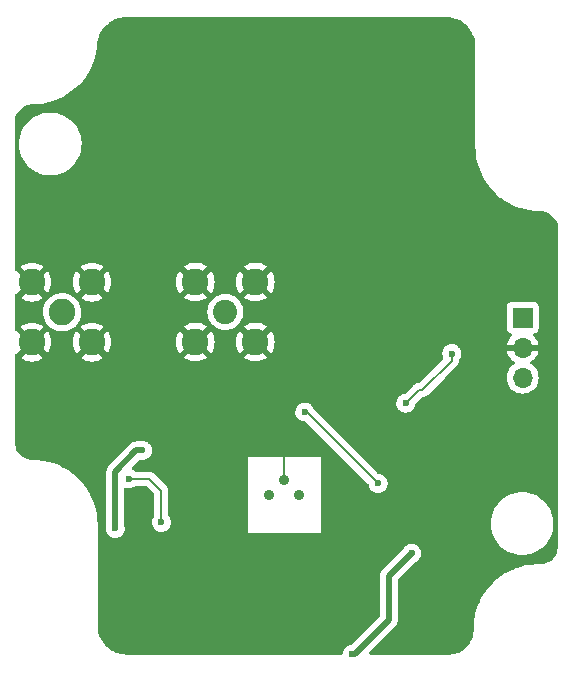
<source format=gbr>
G04 #@! TF.GenerationSoftware,KiCad,Pcbnew,(6.0.5)*
G04 #@! TF.CreationDate,2022-06-03T12:50:17+02:00*
G04 #@! TF.ProjectId,PDH_photodiode,5044485f-7068-46f7-946f-64696f64652e,1.3*
G04 #@! TF.SameCoordinates,Original*
G04 #@! TF.FileFunction,Copper,L2,Bot*
G04 #@! TF.FilePolarity,Positive*
%FSLAX45Y45*%
G04 Gerber Fmt 4.5, Leading zero omitted, Abs format (unit mm)*
G04 Created by KiCad (PCBNEW (6.0.5)) date 2022-06-03 12:50:17*
%MOMM*%
%LPD*%
G01*
G04 APERTURE LIST*
G04 #@! TA.AperFunction,ComponentPad*
%ADD10R,1.700000X1.700000*%
G04 #@! TD*
G04 #@! TA.AperFunction,ComponentPad*
%ADD11O,1.700000X1.700000*%
G04 #@! TD*
G04 #@! TA.AperFunction,ComponentPad*
%ADD12C,2.050000*%
G04 #@! TD*
G04 #@! TA.AperFunction,ComponentPad*
%ADD13C,2.250000*%
G04 #@! TD*
G04 #@! TA.AperFunction,ComponentPad*
%ADD14C,0.900000*%
G04 #@! TD*
G04 #@! TA.AperFunction,ViaPad*
%ADD15C,0.600000*%
G04 #@! TD*
G04 #@! TA.AperFunction,Conductor*
%ADD16C,0.200000*%
G04 #@! TD*
G04 #@! TA.AperFunction,Conductor*
%ADD17C,0.500000*%
G04 #@! TD*
G04 APERTURE END LIST*
D10*
X15125000Y-6421000D03*
D11*
X15125000Y-6675000D03*
X15125000Y-6929000D03*
D12*
X12607500Y-6372500D03*
D13*
X12861500Y-6118500D03*
X12861500Y-6626500D03*
X12353500Y-6626500D03*
X12353500Y-6118500D03*
X11225000Y-6375000D03*
X11479000Y-6629000D03*
X11479000Y-6121000D03*
X10971000Y-6121000D03*
X10971000Y-6629000D03*
D14*
X12979000Y-7925000D03*
X13106000Y-7798000D03*
X13233000Y-7925000D03*
D15*
X12155000Y-8545000D03*
X13835000Y-5925000D03*
X11552500Y-7451700D03*
X13830000Y-7545000D03*
X13875000Y-6645000D03*
X14405000Y-8265000D03*
X12185000Y-7355000D03*
X12593900Y-8988400D03*
X13175000Y-6625000D03*
X12660000Y-7955000D03*
X14535000Y-7025000D03*
X12380000Y-7820000D03*
X12365000Y-7205000D03*
X14585000Y-8840000D03*
X12415000Y-7955000D03*
X11392500Y-7410000D03*
X11895000Y-8485000D03*
X11675000Y-8205000D03*
X13680000Y-9272500D03*
X11905000Y-7545000D03*
X14185000Y-8415000D03*
X14525000Y-6725000D03*
X14135000Y-7145000D03*
X13280000Y-7220000D03*
X13900000Y-7825000D03*
X11795000Y-7785000D03*
X12065000Y-8155000D03*
D16*
X13106000Y-7798000D02*
X13106000Y-7554000D01*
D17*
X11675000Y-7725000D02*
X11855000Y-7545000D01*
X13702500Y-9272500D02*
X13680000Y-9272500D01*
X11855000Y-7545000D02*
X11905000Y-7545000D01*
X11675000Y-8205000D02*
X11675000Y-7725000D01*
X14185000Y-8415000D02*
X13990000Y-8610000D01*
X13990000Y-8985000D02*
X13702500Y-9272500D01*
X13990000Y-8610000D02*
X13990000Y-8985000D01*
D16*
X14275000Y-7035000D02*
X14245000Y-7035000D01*
X14525000Y-6785000D02*
X14275000Y-7035000D01*
X14525000Y-6725000D02*
X14525000Y-6785000D01*
X14245000Y-7035000D02*
X14135000Y-7145000D01*
X13290000Y-7215000D02*
X13285000Y-7220000D01*
X13285000Y-7220000D02*
X13280000Y-7220000D01*
X13900000Y-7825000D02*
X13290000Y-7215000D01*
X12065000Y-7885000D02*
X12065000Y-8155000D01*
X11965000Y-7785000D02*
X12065000Y-7885000D01*
X11795000Y-7785000D02*
X11965000Y-7785000D01*
G04 #@! TA.AperFunction,Conductor*
G36*
X14472064Y-3875200D02*
G01*
X14473495Y-3875423D01*
X14473495Y-3875423D01*
X14474382Y-3875561D01*
X14475272Y-3875444D01*
X14475273Y-3875444D01*
X14476056Y-3875342D01*
X14478450Y-3875259D01*
X14504367Y-3876826D01*
X14505878Y-3877010D01*
X14534067Y-3882176D01*
X14535544Y-3882540D01*
X14562907Y-3891066D01*
X14564328Y-3891605D01*
X14568250Y-3893370D01*
X14590462Y-3903367D01*
X14591810Y-3904074D01*
X14616336Y-3918901D01*
X14617588Y-3919765D01*
X14640148Y-3937440D01*
X14641286Y-3938449D01*
X14661551Y-3958713D01*
X14662560Y-3959852D01*
X14680235Y-3982412D01*
X14681099Y-3983664D01*
X14695925Y-4008190D01*
X14696633Y-4009538D01*
X14708394Y-4035671D01*
X14708934Y-4037094D01*
X14717460Y-4064455D01*
X14717824Y-4065933D01*
X14722990Y-4094122D01*
X14723174Y-4095633D01*
X14724698Y-4120836D01*
X14724579Y-4123373D01*
X14724577Y-4123495D01*
X14724439Y-4124382D01*
X14724555Y-4125272D01*
X14724555Y-4125273D01*
X14724844Y-4127476D01*
X14724950Y-4129109D01*
X14724950Y-4965126D01*
X14724800Y-4967064D01*
X14724439Y-4969382D01*
X14724520Y-4970000D01*
X14724480Y-4970000D01*
X14726360Y-5015455D01*
X14726392Y-5015713D01*
X14726392Y-5015714D01*
X14731957Y-5060341D01*
X14731989Y-5060600D01*
X14741328Y-5105126D01*
X14741403Y-5105374D01*
X14741403Y-5105375D01*
X14753973Y-5147584D01*
X14754314Y-5148727D01*
X14770856Y-5191107D01*
X14770970Y-5191340D01*
X14770970Y-5191341D01*
X14778954Y-5207666D01*
X14790843Y-5231976D01*
X14814138Y-5271054D01*
X14840581Y-5308075D01*
X14869991Y-5342784D01*
X14902169Y-5374945D01*
X14902368Y-5375114D01*
X14902368Y-5375114D01*
X14936693Y-5404170D01*
X14936893Y-5404339D01*
X14937105Y-5404490D01*
X14937105Y-5404490D01*
X14967204Y-5425967D01*
X14973926Y-5430763D01*
X15013016Y-5454038D01*
X15053895Y-5474004D01*
X15096283Y-5490526D01*
X15118717Y-5497195D01*
X15139643Y-5503415D01*
X15139644Y-5503415D01*
X15139891Y-5503489D01*
X15184421Y-5512806D01*
X15184679Y-5512838D01*
X15229311Y-5518380D01*
X15229312Y-5518380D01*
X15229569Y-5518412D01*
X15257600Y-5519558D01*
X15272598Y-5520171D01*
X15273202Y-5520210D01*
X15273309Y-5520220D01*
X15273790Y-5520300D01*
X15274356Y-5520307D01*
X15274382Y-5520311D01*
X15274409Y-5520308D01*
X15275025Y-5520315D01*
X15275507Y-5520246D01*
X15275508Y-5520246D01*
X15276029Y-5520171D01*
X15278748Y-5520077D01*
X15287909Y-5520753D01*
X15296124Y-5521359D01*
X15297957Y-5521631D01*
X15310244Y-5524392D01*
X15317716Y-5526071D01*
X15319491Y-5526610D01*
X15338383Y-5533901D01*
X15340060Y-5534695D01*
X15357678Y-5544682D01*
X15359219Y-5545713D01*
X15375179Y-5558177D01*
X15376553Y-5559423D01*
X15390511Y-5574096D01*
X15391686Y-5575530D01*
X15403338Y-5592093D01*
X15404291Y-5593684D01*
X15413385Y-5611778D01*
X15414094Y-5613492D01*
X15420433Y-5632725D01*
X15420883Y-5634525D01*
X15424330Y-5654479D01*
X15424510Y-5656325D01*
X15424915Y-5673406D01*
X15424763Y-5675083D01*
X15424771Y-5675083D01*
X15424715Y-5675979D01*
X15424533Y-5676858D01*
X15424905Y-5681494D01*
X15424945Y-5682523D01*
X15420072Y-8352719D01*
X15420059Y-8360093D01*
X15419909Y-8362009D01*
X15419677Y-8363496D01*
X15419677Y-8363496D01*
X15419539Y-8364383D01*
X15419655Y-8365274D01*
X15419655Y-8365274D01*
X15419720Y-8365768D01*
X15419789Y-8368374D01*
X15418397Y-8386345D01*
X15418098Y-8388267D01*
X15413404Y-8408155D01*
X15412812Y-8410008D01*
X15405114Y-8428935D01*
X15404244Y-8430675D01*
X15393724Y-8448193D01*
X15392597Y-8449778D01*
X15379506Y-8465468D01*
X15378149Y-8466861D01*
X15363735Y-8479527D01*
X15362800Y-8480348D01*
X15361244Y-8481515D01*
X15344001Y-8492481D01*
X15342285Y-8493394D01*
X15323560Y-8501575D01*
X15321723Y-8502214D01*
X15301963Y-8507415D01*
X15300050Y-8507764D01*
X15283495Y-8509473D01*
X15282718Y-8509509D01*
X15282586Y-8509501D01*
X15282264Y-8509531D01*
X15282088Y-8509539D01*
X15280395Y-8509524D01*
X15280395Y-8509524D01*
X15279965Y-8509520D01*
X15279358Y-8509441D01*
X15278958Y-8509504D01*
X15278917Y-8509493D01*
X15278916Y-8509511D01*
X15237486Y-8509141D01*
X15237485Y-8509141D01*
X15237224Y-8509139D01*
X15236965Y-8509158D01*
X15236964Y-8509158D01*
X15196953Y-8512131D01*
X15191988Y-8512500D01*
X15166565Y-8516531D01*
X15147446Y-8519562D01*
X15147445Y-8519563D01*
X15147187Y-8519604D01*
X15146933Y-8519666D01*
X15146933Y-8519666D01*
X15125158Y-8525002D01*
X15103129Y-8530400D01*
X15102882Y-8530483D01*
X15102881Y-8530483D01*
X15072737Y-8540587D01*
X15060120Y-8544816D01*
X15059880Y-8544919D01*
X15059879Y-8544919D01*
X15056143Y-8546528D01*
X15018455Y-8562751D01*
X15018226Y-8562873D01*
X15018225Y-8562873D01*
X15003051Y-8570959D01*
X14978422Y-8584081D01*
X14977077Y-8584949D01*
X14940518Y-8608519D01*
X14940517Y-8608519D01*
X14940298Y-8608661D01*
X14940091Y-8608820D01*
X14940091Y-8608820D01*
X14934837Y-8612861D01*
X14904344Y-8636319D01*
X14904152Y-8636494D01*
X14904151Y-8636494D01*
X14893380Y-8646306D01*
X14870810Y-8666865D01*
X14839926Y-8700088D01*
X14811906Y-8735760D01*
X14786943Y-8773635D01*
X14765208Y-8813450D01*
X14759929Y-8825381D01*
X14746959Y-8854691D01*
X14746959Y-8854692D01*
X14746853Y-8854931D01*
X14732003Y-8897792D01*
X14720761Y-8941738D01*
X14713205Y-8986466D01*
X14709387Y-9031666D01*
X14709338Y-9072275D01*
X14709293Y-9072275D01*
X14709315Y-9072392D01*
X14709308Y-9072429D01*
X14709338Y-9072752D01*
X14709337Y-9073520D01*
X14709336Y-9074515D01*
X14709320Y-9075119D01*
X14709311Y-9075310D01*
X14709250Y-9075794D01*
X14709263Y-9076280D01*
X14709284Y-9077000D01*
X14709223Y-9078640D01*
X14707142Y-9098917D01*
X14706876Y-9100503D01*
X14701136Y-9125020D01*
X14700670Y-9126559D01*
X14691854Y-9150147D01*
X14691197Y-9151613D01*
X14682771Y-9167588D01*
X14679449Y-9173885D01*
X14678610Y-9175257D01*
X14664121Y-9195852D01*
X14663114Y-9197106D01*
X14646121Y-9215688D01*
X14644962Y-9216802D01*
X14639310Y-9221586D01*
X14625741Y-9233069D01*
X14624451Y-9234027D01*
X14608113Y-9244606D01*
X14603314Y-9247714D01*
X14601911Y-9248500D01*
X14579204Y-9259383D01*
X14577712Y-9259984D01*
X14565893Y-9263891D01*
X14554409Y-9267687D01*
X14553804Y-9267887D01*
X14552248Y-9268293D01*
X14527528Y-9273087D01*
X14525933Y-9273292D01*
X14511129Y-9274238D01*
X14504142Y-9274685D01*
X14501857Y-9274582D01*
X14501505Y-9274577D01*
X14500618Y-9274439D01*
X14499727Y-9274556D01*
X14499727Y-9274556D01*
X14497524Y-9274844D01*
X14495891Y-9274950D01*
X13836606Y-9274950D01*
X13829794Y-9272950D01*
X13825144Y-9267584D01*
X13824134Y-9260557D01*
X13827083Y-9254099D01*
X13827696Y-9253441D01*
X14038369Y-9042768D01*
X14039810Y-9041529D01*
X14040942Y-9040696D01*
X14040943Y-9040696D01*
X14041532Y-9040262D01*
X14044915Y-9036280D01*
X14045607Y-9035530D01*
X14046167Y-9034970D01*
X14047911Y-9032765D01*
X14048188Y-9032427D01*
X14052389Y-9027483D01*
X14052389Y-9027482D01*
X14052863Y-9026925D01*
X14053196Y-9026273D01*
X14053523Y-9025782D01*
X14053834Y-9025280D01*
X14054288Y-9024705D01*
X14057345Y-9018165D01*
X14057537Y-9017771D01*
X14060489Y-9011990D01*
X14060822Y-9011338D01*
X14060996Y-9010628D01*
X14061202Y-9010074D01*
X14061388Y-9009513D01*
X14061698Y-9008851D01*
X14063168Y-9001781D01*
X14063266Y-9001352D01*
X14063672Y-8999690D01*
X14064981Y-8994339D01*
X14065050Y-8993235D01*
X14065053Y-8993235D01*
X14065078Y-8992822D01*
X14065112Y-8992434D01*
X14065262Y-8991717D01*
X14065055Y-8984060D01*
X14065050Y-8983719D01*
X14065050Y-8646306D01*
X14067050Y-8639494D01*
X14068740Y-8637396D01*
X14215923Y-8490214D01*
X14218381Y-8488300D01*
X14233099Y-8479527D01*
X14233099Y-8479526D01*
X14233704Y-8479166D01*
X14246710Y-8466781D01*
X14256648Y-8451822D01*
X14258117Y-8447956D01*
X14262776Y-8435692D01*
X14262776Y-8435691D01*
X14263026Y-8435034D01*
X14263726Y-8430050D01*
X14265470Y-8417642D01*
X14265470Y-8417641D01*
X14265525Y-8417249D01*
X14265556Y-8415000D01*
X14263555Y-8397153D01*
X14257648Y-8380193D01*
X14250263Y-8368374D01*
X14248505Y-8365560D01*
X14248132Y-8364962D01*
X14241777Y-8358563D01*
X14235973Y-8352719D01*
X14235973Y-8352719D01*
X14235477Y-8352219D01*
X14234376Y-8351521D01*
X14225379Y-8345811D01*
X14220314Y-8342596D01*
X14211599Y-8339493D01*
X14204059Y-8336808D01*
X14204058Y-8336808D01*
X14203395Y-8336572D01*
X14202696Y-8336489D01*
X14202696Y-8336488D01*
X14189918Y-8334965D01*
X14185562Y-8334445D01*
X14184862Y-8334519D01*
X14184862Y-8334519D01*
X14168402Y-8336249D01*
X14168402Y-8336249D01*
X14167702Y-8336323D01*
X14167035Y-8336550D01*
X14151368Y-8341883D01*
X14151367Y-8341883D01*
X14150701Y-8342110D01*
X14150101Y-8342479D01*
X14150101Y-8342479D01*
X14144685Y-8345811D01*
X14135404Y-8351521D01*
X14134901Y-8352013D01*
X14134901Y-8352013D01*
X14134181Y-8352719D01*
X14122573Y-8364086D01*
X14122191Y-8364678D01*
X14122191Y-8364679D01*
X14119776Y-8368426D01*
X14112845Y-8379182D01*
X14112604Y-8379844D01*
X14112290Y-8380475D01*
X14112140Y-8380400D01*
X14109818Y-8384045D01*
X13941631Y-8552232D01*
X13940190Y-8553471D01*
X13939057Y-8554304D01*
X13939057Y-8554305D01*
X13938468Y-8554738D01*
X13935085Y-8558720D01*
X13934393Y-8559470D01*
X13933833Y-8560030D01*
X13932089Y-8562235D01*
X13931812Y-8562573D01*
X13927611Y-8567518D01*
X13927611Y-8567518D01*
X13927137Y-8568076D01*
X13926804Y-8568727D01*
X13926476Y-8569218D01*
X13926166Y-8569720D01*
X13925712Y-8570295D01*
X13925402Y-8570959D01*
X13925402Y-8570959D01*
X13922656Y-8576834D01*
X13922463Y-8577229D01*
X13919178Y-8583662D01*
X13919004Y-8584373D01*
X13918798Y-8584926D01*
X13918612Y-8585487D01*
X13918302Y-8586149D01*
X13918153Y-8586865D01*
X13918153Y-8586866D01*
X13916831Y-8593219D01*
X13916734Y-8593648D01*
X13915018Y-8600661D01*
X13914950Y-8601765D01*
X13914947Y-8601765D01*
X13914922Y-8602178D01*
X13914887Y-8602566D01*
X13914738Y-8603283D01*
X13914758Y-8604015D01*
X13914758Y-8604015D01*
X13914945Y-8610940D01*
X13914950Y-8611281D01*
X13914950Y-8948694D01*
X13912950Y-8955506D01*
X13911259Y-8957604D01*
X13679645Y-9189218D01*
X13673414Y-9192621D01*
X13672052Y-9192840D01*
X13669539Y-9193104D01*
X13663402Y-9193749D01*
X13663402Y-9193749D01*
X13662702Y-9193823D01*
X13653754Y-9196869D01*
X13646368Y-9199383D01*
X13646367Y-9199383D01*
X13645701Y-9199610D01*
X13630404Y-9209021D01*
X13629901Y-9209513D01*
X13629901Y-9209514D01*
X13623688Y-9215598D01*
X13617573Y-9221586D01*
X13617191Y-9222178D01*
X13617191Y-9222179D01*
X13611442Y-9231099D01*
X13607845Y-9236682D01*
X13601702Y-9253558D01*
X13601614Y-9254257D01*
X13601614Y-9254258D01*
X13600392Y-9263929D01*
X13597554Y-9270437D01*
X13591648Y-9274377D01*
X13587891Y-9274950D01*
X11779874Y-9274950D01*
X11777936Y-9274800D01*
X11776505Y-9274577D01*
X11776505Y-9274577D01*
X11775618Y-9274439D01*
X11774728Y-9274556D01*
X11774727Y-9274556D01*
X11773944Y-9274658D01*
X11771550Y-9274741D01*
X11745633Y-9273174D01*
X11744122Y-9272990D01*
X11715933Y-9267824D01*
X11714455Y-9267460D01*
X11703124Y-9263929D01*
X11687093Y-9258934D01*
X11685672Y-9258395D01*
X11659537Y-9246633D01*
X11658190Y-9245926D01*
X11633664Y-9231099D01*
X11632412Y-9230235D01*
X11609852Y-9212560D01*
X11608713Y-9211551D01*
X11588449Y-9191287D01*
X11587440Y-9190148D01*
X11569765Y-9167588D01*
X11568901Y-9166336D01*
X11554074Y-9141810D01*
X11553367Y-9140462D01*
X11541606Y-9114329D01*
X11541066Y-9112906D01*
X11532540Y-9085545D01*
X11532176Y-9084067D01*
X11527010Y-9055878D01*
X11526826Y-9054367D01*
X11525324Y-9029527D01*
X11525447Y-9027202D01*
X11525425Y-9027200D01*
X11525469Y-9026715D01*
X11525550Y-9026235D01*
X11525565Y-9025000D01*
X11525177Y-9022295D01*
X11525050Y-9020509D01*
X11525050Y-8203875D01*
X11594451Y-8203875D01*
X11594520Y-8204576D01*
X11594520Y-8204576D01*
X11594600Y-8205396D01*
X11596204Y-8221749D01*
X11596426Y-8222417D01*
X11596426Y-8222417D01*
X11600271Y-8233975D01*
X11601873Y-8238790D01*
X11602237Y-8239392D01*
X11604813Y-8243645D01*
X11611176Y-8254151D01*
X11611665Y-8254657D01*
X11611665Y-8254658D01*
X11613148Y-8256194D01*
X11623651Y-8267070D01*
X11638679Y-8276904D01*
X11655512Y-8283164D01*
X11656210Y-8283257D01*
X11656210Y-8283257D01*
X11672615Y-8285446D01*
X11672615Y-8285446D01*
X11673313Y-8285539D01*
X11674014Y-8285475D01*
X11674015Y-8285475D01*
X11690496Y-8283975D01*
X11690496Y-8283975D01*
X11691198Y-8283911D01*
X11708278Y-8278361D01*
X11711371Y-8276518D01*
X11723099Y-8269526D01*
X11723099Y-8269526D01*
X11723704Y-8269166D01*
X11736710Y-8256781D01*
X11737591Y-8255455D01*
X11744537Y-8245000D01*
X12795855Y-8245000D01*
X13415855Y-8245000D01*
X13415855Y-8169635D01*
X14854487Y-8169635D01*
X14857031Y-8201958D01*
X14863495Y-8233730D01*
X14866812Y-8243645D01*
X14870497Y-8254658D01*
X14873783Y-8264478D01*
X14887741Y-8293743D01*
X14905162Y-8321088D01*
X14925786Y-8346107D01*
X14949305Y-8368426D01*
X14975369Y-8387712D01*
X14976351Y-8388267D01*
X15003253Y-8403488D01*
X15003254Y-8403488D01*
X15003589Y-8403678D01*
X15033544Y-8416086D01*
X15064788Y-8424751D01*
X15096855Y-8429543D01*
X15097185Y-8429558D01*
X15108326Y-8430044D01*
X15108326Y-8430044D01*
X15108463Y-8430050D01*
X15128235Y-8430050D01*
X15152363Y-8428574D01*
X15152741Y-8428504D01*
X15152742Y-8428504D01*
X15172993Y-8424751D01*
X15184243Y-8422666D01*
X15208555Y-8415000D01*
X15214799Y-8413032D01*
X15214799Y-8413031D01*
X15215166Y-8412916D01*
X15215516Y-8412756D01*
X15215516Y-8412756D01*
X15244319Y-8399630D01*
X15244319Y-8399630D01*
X15244670Y-8399470D01*
X15247309Y-8397853D01*
X15271987Y-8382730D01*
X15271988Y-8382730D01*
X15272315Y-8382529D01*
X15272616Y-8382290D01*
X15272616Y-8382290D01*
X15285003Y-8372437D01*
X15297690Y-8362345D01*
X15297959Y-8362071D01*
X15297960Y-8362070D01*
X15317212Y-8342479D01*
X15320416Y-8339219D01*
X15329094Y-8327909D01*
X15339920Y-8313800D01*
X15339921Y-8313799D01*
X15340154Y-8313496D01*
X15356610Y-8285559D01*
X15369539Y-8255825D01*
X15372919Y-8244413D01*
X15376011Y-8233975D01*
X15378748Y-8224737D01*
X15384099Y-8192758D01*
X15385513Y-8160365D01*
X15383600Y-8136058D01*
X15382999Y-8128426D01*
X15382999Y-8128425D01*
X15382969Y-8128042D01*
X15376505Y-8096270D01*
X15366217Y-8065522D01*
X15352258Y-8036257D01*
X15334837Y-8008911D01*
X15314214Y-7983893D01*
X15290695Y-7961574D01*
X15264631Y-7942288D01*
X15250521Y-7934305D01*
X15236747Y-7926512D01*
X15236746Y-7926512D01*
X15236411Y-7926322D01*
X15206456Y-7913914D01*
X15175212Y-7905249D01*
X15143144Y-7900457D01*
X15142815Y-7900442D01*
X15131674Y-7899956D01*
X15131674Y-7899956D01*
X15131537Y-7899950D01*
X15111765Y-7899950D01*
X15087637Y-7901426D01*
X15087259Y-7901496D01*
X15087258Y-7901496D01*
X15073882Y-7903975D01*
X15055757Y-7907334D01*
X15039646Y-7912414D01*
X15025201Y-7916968D01*
X15025201Y-7916969D01*
X15024834Y-7917084D01*
X15024484Y-7917244D01*
X15024484Y-7917244D01*
X14995681Y-7930370D01*
X14995680Y-7930370D01*
X14995330Y-7930530D01*
X14967685Y-7947471D01*
X14967384Y-7947710D01*
X14967384Y-7947710D01*
X14964474Y-7950025D01*
X14942310Y-7967655D01*
X14942040Y-7967929D01*
X14942040Y-7967930D01*
X14930551Y-7979621D01*
X14919584Y-7990781D01*
X14915199Y-7996496D01*
X14900079Y-8016200D01*
X14900079Y-8016201D01*
X14899846Y-8016504D01*
X14883390Y-8044441D01*
X14870461Y-8074175D01*
X14870352Y-8074545D01*
X14870351Y-8074545D01*
X14867436Y-8084387D01*
X14861252Y-8105263D01*
X14855901Y-8137242D01*
X14854487Y-8169635D01*
X13415855Y-8169635D01*
X13415855Y-7605000D01*
X12795855Y-7605000D01*
X12795855Y-8245000D01*
X11744537Y-8245000D01*
X11744648Y-8244833D01*
X11746648Y-8241822D01*
X11748117Y-8237956D01*
X11752776Y-8225692D01*
X11752776Y-8225691D01*
X11753026Y-8225034D01*
X11753850Y-8219166D01*
X11755470Y-8207642D01*
X11755470Y-8207641D01*
X11755525Y-8207249D01*
X11755556Y-8205000D01*
X11753555Y-8187153D01*
X11750751Y-8179101D01*
X11750050Y-8174958D01*
X11750050Y-7871824D01*
X11752050Y-7865011D01*
X11757416Y-7860362D01*
X11764443Y-7859352D01*
X11767042Y-7860014D01*
X11775512Y-7863164D01*
X11776210Y-7863257D01*
X11776210Y-7863257D01*
X11792615Y-7865446D01*
X11792615Y-7865446D01*
X11793313Y-7865539D01*
X11794014Y-7865475D01*
X11794015Y-7865475D01*
X11810496Y-7863975D01*
X11810496Y-7863975D01*
X11811198Y-7863911D01*
X11828278Y-7858361D01*
X11830835Y-7856837D01*
X11843099Y-7849526D01*
X11843099Y-7849526D01*
X11843704Y-7849166D01*
X11844214Y-7848680D01*
X11844215Y-7848680D01*
X11844377Y-7848525D01*
X11844505Y-7848459D01*
X11844776Y-7848254D01*
X11844812Y-7848301D01*
X11850689Y-7845276D01*
X11853066Y-7845050D01*
X11934907Y-7845050D01*
X11941720Y-7847050D01*
X11943817Y-7848740D01*
X12001259Y-7906183D01*
X12004662Y-7912414D01*
X12004950Y-7915092D01*
X12004950Y-8096809D01*
X12002950Y-8103621D01*
X12002710Y-8103952D01*
X12002573Y-8104086D01*
X12002259Y-8104573D01*
X12002259Y-8104574D01*
X12001570Y-8105643D01*
X11992845Y-8119182D01*
X11986702Y-8136058D01*
X11984451Y-8153875D01*
X11984520Y-8154576D01*
X11984520Y-8154576D01*
X11985088Y-8160365D01*
X11986204Y-8171749D01*
X11986426Y-8172417D01*
X11986426Y-8172417D01*
X11990964Y-8186058D01*
X11991873Y-8188790D01*
X11992237Y-8189392D01*
X12000586Y-8203177D01*
X12001176Y-8204151D01*
X12001665Y-8204657D01*
X12001665Y-8204658D01*
X12009371Y-8212638D01*
X12013651Y-8217070D01*
X12028679Y-8226904D01*
X12045512Y-8233164D01*
X12046210Y-8233257D01*
X12046210Y-8233257D01*
X12062615Y-8235446D01*
X12062615Y-8235446D01*
X12063313Y-8235539D01*
X12064014Y-8235475D01*
X12064015Y-8235475D01*
X12080496Y-8233975D01*
X12080496Y-8233975D01*
X12081198Y-8233911D01*
X12098278Y-8228361D01*
X12101371Y-8226518D01*
X12113099Y-8219526D01*
X12113099Y-8219526D01*
X12113704Y-8219166D01*
X12126710Y-8206781D01*
X12128155Y-8204606D01*
X12131679Y-8199301D01*
X12136648Y-8191822D01*
X12141441Y-8179205D01*
X12142776Y-8175692D01*
X12142776Y-8175691D01*
X12143026Y-8175034D01*
X12143784Y-8169635D01*
X12145470Y-8157642D01*
X12145470Y-8157641D01*
X12145525Y-8157249D01*
X12145556Y-8155000D01*
X12143555Y-8137153D01*
X12143078Y-8135784D01*
X12140382Y-8128042D01*
X12137648Y-8120193D01*
X12128132Y-8104962D01*
X12127751Y-8104579D01*
X12125112Y-8098058D01*
X12125050Y-8096813D01*
X12125050Y-7889763D01*
X12125158Y-7888118D01*
X12125460Y-7885819D01*
X12125568Y-7885000D01*
X12123504Y-7869324D01*
X12117454Y-7854716D01*
X12111587Y-7847070D01*
X12107828Y-7842172D01*
X12105333Y-7840257D01*
X12104094Y-7839170D01*
X12010830Y-7745906D01*
X12009743Y-7744667D01*
X12008330Y-7742826D01*
X12007828Y-7742172D01*
X11995284Y-7732546D01*
X11980676Y-7726496D01*
X11973545Y-7725557D01*
X11968936Y-7724950D01*
X11965819Y-7724540D01*
X11965000Y-7724432D01*
X11964181Y-7724540D01*
X11961883Y-7724842D01*
X11960238Y-7724950D01*
X11853185Y-7724950D01*
X11846373Y-7722950D01*
X11845774Y-7722518D01*
X11845477Y-7722219D01*
X11844882Y-7721842D01*
X11844882Y-7721841D01*
X11836025Y-7716221D01*
X11830314Y-7712596D01*
X11825645Y-7710934D01*
X11821973Y-7709626D01*
X11816226Y-7705457D01*
X11813646Y-7698842D01*
X11815052Y-7691883D01*
X11817290Y-7688847D01*
X11878868Y-7627268D01*
X11885100Y-7623866D01*
X11889444Y-7623688D01*
X11896126Y-7624580D01*
X11903313Y-7625539D01*
X11904014Y-7625475D01*
X11904015Y-7625475D01*
X11920496Y-7623975D01*
X11920496Y-7623975D01*
X11921198Y-7623911D01*
X11938278Y-7618361D01*
X11938883Y-7618001D01*
X11953099Y-7609526D01*
X11953099Y-7609526D01*
X11953704Y-7609166D01*
X11966710Y-7596781D01*
X11976648Y-7581822D01*
X11979683Y-7573834D01*
X11982776Y-7565692D01*
X11982776Y-7565691D01*
X11983026Y-7565034D01*
X11985525Y-7547249D01*
X11985556Y-7545000D01*
X11983555Y-7527153D01*
X11977648Y-7510193D01*
X11968132Y-7494962D01*
X11961777Y-7488563D01*
X11955973Y-7482719D01*
X11955973Y-7482719D01*
X11955477Y-7482219D01*
X11954548Y-7481629D01*
X11948573Y-7477838D01*
X11940314Y-7472596D01*
X11937138Y-7471466D01*
X11924059Y-7466808D01*
X11924058Y-7466808D01*
X11923395Y-7466572D01*
X11922696Y-7466489D01*
X11922696Y-7466488D01*
X11909918Y-7464965D01*
X11905562Y-7464445D01*
X11904862Y-7464519D01*
X11904862Y-7464519D01*
X11900216Y-7465007D01*
X11887702Y-7466323D01*
X11887035Y-7466550D01*
X11879021Y-7469278D01*
X11874961Y-7469950D01*
X11861645Y-7469950D01*
X11859750Y-7469807D01*
X11858360Y-7469595D01*
X11858360Y-7469595D01*
X11857637Y-7469485D01*
X11856908Y-7469544D01*
X11856907Y-7469544D01*
X11852432Y-7469908D01*
X11851411Y-7469950D01*
X11850618Y-7469950D01*
X11849688Y-7470058D01*
X11847826Y-7470275D01*
X11847389Y-7470319D01*
X11844373Y-7470564D01*
X11840194Y-7470904D01*
X11839498Y-7471129D01*
X11838918Y-7471245D01*
X11838344Y-7471381D01*
X11837617Y-7471466D01*
X11830826Y-7473931D01*
X11830414Y-7474072D01*
X11824242Y-7476072D01*
X11824241Y-7476072D01*
X11823545Y-7476297D01*
X11822920Y-7476677D01*
X11822382Y-7476923D01*
X11821854Y-7477187D01*
X11821167Y-7477437D01*
X11815130Y-7481395D01*
X11814758Y-7481629D01*
X11809064Y-7485085D01*
X11809063Y-7485085D01*
X11808584Y-7485376D01*
X11807755Y-7486108D01*
X11807753Y-7486106D01*
X11807443Y-7486381D01*
X11807144Y-7486631D01*
X11806531Y-7487032D01*
X11806028Y-7487564D01*
X11801262Y-7492595D01*
X11801024Y-7492839D01*
X11626631Y-7667232D01*
X11625190Y-7668471D01*
X11624057Y-7669304D01*
X11624057Y-7669304D01*
X11623468Y-7669738D01*
X11620085Y-7673720D01*
X11619393Y-7674470D01*
X11618833Y-7675030D01*
X11617089Y-7677235D01*
X11616812Y-7677573D01*
X11612611Y-7682517D01*
X11612611Y-7682518D01*
X11612137Y-7683075D01*
X11611804Y-7683727D01*
X11611476Y-7684218D01*
X11611166Y-7684720D01*
X11610712Y-7685295D01*
X11610402Y-7685959D01*
X11610402Y-7685959D01*
X11607656Y-7691834D01*
X11607463Y-7692229D01*
X11604178Y-7698662D01*
X11604004Y-7699372D01*
X11603798Y-7699926D01*
X11603612Y-7700487D01*
X11603302Y-7701149D01*
X11603153Y-7701865D01*
X11603153Y-7701865D01*
X11601831Y-7708219D01*
X11601734Y-7708648D01*
X11600018Y-7715661D01*
X11599950Y-7716765D01*
X11599947Y-7716765D01*
X11599922Y-7717178D01*
X11599887Y-7717566D01*
X11599738Y-7718283D01*
X11599758Y-7719015D01*
X11599758Y-7719015D01*
X11599945Y-7725940D01*
X11599950Y-7726281D01*
X11599950Y-8174913D01*
X11599190Y-8179222D01*
X11596702Y-8186058D01*
X11594451Y-8203875D01*
X11525050Y-8203875D01*
X11525050Y-8180258D01*
X11525225Y-8178167D01*
X11525469Y-8176715D01*
X11525550Y-8176235D01*
X11525565Y-8175000D01*
X11525502Y-8174564D01*
X11523640Y-8129538D01*
X11518012Y-8084387D01*
X11508674Y-8039855D01*
X11495692Y-7996246D01*
X11493559Y-7990781D01*
X11479247Y-7954102D01*
X11479247Y-7954101D01*
X11479152Y-7953858D01*
X11473402Y-7942098D01*
X11459283Y-7913216D01*
X11459282Y-7913215D01*
X11459168Y-7912981D01*
X11458830Y-7912414D01*
X11436011Y-7874118D01*
X11436010Y-7874117D01*
X11435877Y-7873894D01*
X11409438Y-7836863D01*
X11399057Y-7824606D01*
X11380199Y-7802342D01*
X11380199Y-7802341D01*
X11380031Y-7802143D01*
X11347857Y-7769969D01*
X11347659Y-7769801D01*
X11347658Y-7769800D01*
X11320134Y-7746488D01*
X11313137Y-7740562D01*
X11276106Y-7714123D01*
X11275883Y-7713990D01*
X11275882Y-7713989D01*
X11237243Y-7690965D01*
X11237242Y-7690965D01*
X11237019Y-7690832D01*
X11236785Y-7690718D01*
X11236784Y-7690717D01*
X11196376Y-7670963D01*
X11196141Y-7670848D01*
X11195899Y-7670753D01*
X11195898Y-7670753D01*
X11153996Y-7654403D01*
X11153996Y-7654403D01*
X11153754Y-7654308D01*
X11110145Y-7641325D01*
X11065613Y-7631988D01*
X11020462Y-7626360D01*
X10978506Y-7624625D01*
X10977423Y-7624580D01*
X10976818Y-7624540D01*
X10976716Y-7624531D01*
X10976235Y-7624450D01*
X10975644Y-7624443D01*
X10975618Y-7624439D01*
X10975592Y-7624442D01*
X10975000Y-7624435D01*
X10974519Y-7624504D01*
X10974519Y-7624504D01*
X10973941Y-7624587D01*
X10971256Y-7624682D01*
X10954559Y-7623488D01*
X10952780Y-7623232D01*
X10949301Y-7622475D01*
X10933634Y-7619067D01*
X10931910Y-7618561D01*
X10913553Y-7611714D01*
X10911917Y-7610967D01*
X10894722Y-7601578D01*
X10893209Y-7600606D01*
X10877525Y-7588864D01*
X10876166Y-7587687D01*
X10862313Y-7573834D01*
X10861136Y-7572475D01*
X10849394Y-7556791D01*
X10848422Y-7555278D01*
X10839033Y-7538083D01*
X10838286Y-7536447D01*
X10831439Y-7518090D01*
X10830932Y-7516365D01*
X10826768Y-7497220D01*
X10826512Y-7495441D01*
X10825369Y-7479454D01*
X10825476Y-7477204D01*
X10825425Y-7477200D01*
X10825469Y-7476716D01*
X10825550Y-7476235D01*
X10825565Y-7475000D01*
X10825177Y-7472295D01*
X10825050Y-7470509D01*
X10825050Y-7218875D01*
X13199451Y-7218875D01*
X13201204Y-7236749D01*
X13206873Y-7253790D01*
X13216176Y-7269151D01*
X13228651Y-7282070D01*
X13243679Y-7291904D01*
X13260512Y-7298164D01*
X13261210Y-7298257D01*
X13261210Y-7298257D01*
X13266728Y-7298993D01*
X13278313Y-7300539D01*
X13279014Y-7300475D01*
X13279014Y-7300475D01*
X13281486Y-7300250D01*
X13283711Y-7300047D01*
X13290676Y-7301422D01*
X13293763Y-7303686D01*
X13816859Y-7826783D01*
X13820262Y-7833014D01*
X13820489Y-7834463D01*
X13821204Y-7841749D01*
X13821426Y-7842417D01*
X13821426Y-7842417D01*
X13826223Y-7856837D01*
X13826873Y-7858790D01*
X13827237Y-7859392D01*
X13834766Y-7871824D01*
X13836176Y-7874151D01*
X13848651Y-7887070D01*
X13863679Y-7896904D01*
X13880512Y-7903164D01*
X13881210Y-7903257D01*
X13881210Y-7903257D01*
X13897615Y-7905446D01*
X13897615Y-7905446D01*
X13898313Y-7905539D01*
X13899014Y-7905475D01*
X13899015Y-7905475D01*
X13915496Y-7903975D01*
X13915496Y-7903975D01*
X13916198Y-7903911D01*
X13933278Y-7898361D01*
X13947703Y-7889763D01*
X13948099Y-7889526D01*
X13948099Y-7889526D01*
X13948704Y-7889166D01*
X13961710Y-7876781D01*
X13963457Y-7874151D01*
X13966679Y-7869301D01*
X13971648Y-7861822D01*
X13974058Y-7855479D01*
X13977776Y-7845692D01*
X13977776Y-7845691D01*
X13978026Y-7845034D01*
X13978487Y-7841749D01*
X13980470Y-7827642D01*
X13980470Y-7827641D01*
X13980525Y-7827249D01*
X13980556Y-7825000D01*
X13978555Y-7807153D01*
X13976745Y-7801957D01*
X13972880Y-7790858D01*
X13972648Y-7790193D01*
X13963132Y-7774962D01*
X13955430Y-7767207D01*
X13950973Y-7762719D01*
X13950973Y-7762719D01*
X13950477Y-7762219D01*
X13935314Y-7752596D01*
X13918395Y-7746572D01*
X13909217Y-7745477D01*
X13902689Y-7742685D01*
X13901799Y-7741876D01*
X13358714Y-7198790D01*
X13355724Y-7194024D01*
X13352880Y-7185858D01*
X13352648Y-7185193D01*
X13350909Y-7182409D01*
X13343505Y-7170560D01*
X13343132Y-7169962D01*
X13334279Y-7161048D01*
X13330973Y-7157719D01*
X13330973Y-7157719D01*
X13330477Y-7157219D01*
X13329376Y-7156521D01*
X13324686Y-7153544D01*
X13315314Y-7147596D01*
X13312335Y-7146536D01*
X13304864Y-7143875D01*
X14054451Y-7143875D01*
X14054520Y-7144576D01*
X14054520Y-7144576D01*
X14054803Y-7147457D01*
X14056204Y-7161749D01*
X14056426Y-7162417D01*
X14056426Y-7162417D01*
X14058936Y-7169962D01*
X14061873Y-7178790D01*
X14071176Y-7194151D01*
X14071665Y-7194657D01*
X14071665Y-7194658D01*
X14077206Y-7200395D01*
X14083651Y-7207070D01*
X14098679Y-7216904D01*
X14115512Y-7223164D01*
X14116210Y-7223257D01*
X14116210Y-7223257D01*
X14132615Y-7225446D01*
X14132615Y-7225446D01*
X14133313Y-7225539D01*
X14134014Y-7225475D01*
X14134015Y-7225475D01*
X14150496Y-7223975D01*
X14150496Y-7223975D01*
X14151198Y-7223911D01*
X14168278Y-7218361D01*
X14171371Y-7216518D01*
X14183099Y-7209526D01*
X14183099Y-7209526D01*
X14183704Y-7209166D01*
X14196710Y-7196781D01*
X14198457Y-7194151D01*
X14201679Y-7189301D01*
X14206648Y-7181822D01*
X14211153Y-7169962D01*
X14212776Y-7165692D01*
X14212776Y-7165691D01*
X14213026Y-7165034D01*
X14214587Y-7153924D01*
X14217516Y-7147457D01*
X14218155Y-7146769D01*
X14265773Y-7099151D01*
X14272004Y-7095748D01*
X14274406Y-7095490D01*
X14275000Y-7095568D01*
X14275819Y-7095460D01*
X14278936Y-7095050D01*
X14279601Y-7094962D01*
X14279601Y-7094962D01*
X14289857Y-7093612D01*
X14290676Y-7093504D01*
X14305284Y-7087454D01*
X14312106Y-7082219D01*
X14317828Y-7077828D01*
X14319743Y-7075333D01*
X14320830Y-7074094D01*
X14465923Y-6929000D01*
X14989434Y-6929000D01*
X14991494Y-6952541D01*
X14997610Y-6975366D01*
X14997842Y-6975864D01*
X14997842Y-6975864D01*
X15007187Y-6995906D01*
X15007596Y-6996783D01*
X15021150Y-7016140D01*
X15037860Y-7032849D01*
X15038311Y-7033165D01*
X15038311Y-7033165D01*
X15056766Y-7046088D01*
X15057217Y-7046403D01*
X15057715Y-7046636D01*
X15057716Y-7046636D01*
X15078135Y-7056158D01*
X15078634Y-7056390D01*
X15079164Y-7056532D01*
X15079165Y-7056533D01*
X15100928Y-7062364D01*
X15101459Y-7062506D01*
X15125000Y-7064566D01*
X15148541Y-7062506D01*
X15149072Y-7062364D01*
X15170835Y-7056533D01*
X15170835Y-7056532D01*
X15171366Y-7056390D01*
X15171864Y-7056158D01*
X15192284Y-7046636D01*
X15192285Y-7046636D01*
X15192783Y-7046403D01*
X15193234Y-7046088D01*
X15211689Y-7033165D01*
X15211689Y-7033165D01*
X15212140Y-7032849D01*
X15228849Y-7016140D01*
X15242403Y-6996783D01*
X15242813Y-6995906D01*
X15252158Y-6975864D01*
X15252158Y-6975864D01*
X15252390Y-6975366D01*
X15258506Y-6952541D01*
X15260566Y-6929000D01*
X15258506Y-6905459D01*
X15252390Y-6882634D01*
X15242403Y-6861217D01*
X15228849Y-6841860D01*
X15212140Y-6825150D01*
X15211689Y-6824835D01*
X15211689Y-6824835D01*
X15198049Y-6815284D01*
X15194534Y-6812822D01*
X15190101Y-6807277D01*
X15189370Y-6800215D01*
X15192573Y-6793879D01*
X15194802Y-6792086D01*
X15194774Y-6792046D01*
X15212533Y-6779379D01*
X15213320Y-6778714D01*
X15228405Y-6763681D01*
X15229073Y-6762896D01*
X15241500Y-6745602D01*
X15242031Y-6744718D01*
X15251467Y-6725627D01*
X15251847Y-6724667D01*
X15258038Y-6704291D01*
X15258255Y-6703284D01*
X15258399Y-6702196D01*
X15258177Y-6700778D01*
X15256862Y-6700400D01*
X14993322Y-6700400D01*
X14991969Y-6700797D01*
X14991826Y-6701797D01*
X14994856Y-6715245D01*
X14995164Y-6716227D01*
X15003177Y-6735960D01*
X15003641Y-6736879D01*
X15014769Y-6755039D01*
X15015378Y-6755870D01*
X15029321Y-6771967D01*
X15030058Y-6772688D01*
X15046443Y-6786292D01*
X15047288Y-6786883D01*
X15054961Y-6791367D01*
X15059833Y-6796531D01*
X15061141Y-6803509D01*
X15058467Y-6810086D01*
X15055831Y-6812567D01*
X15037860Y-6825150D01*
X15021150Y-6841860D01*
X15007596Y-6861217D01*
X14997610Y-6882634D01*
X14991494Y-6905459D01*
X14989434Y-6929000D01*
X14465923Y-6929000D01*
X14564094Y-6830830D01*
X14565333Y-6829743D01*
X14567174Y-6828330D01*
X14567828Y-6827828D01*
X14577454Y-6815284D01*
X14583504Y-6800676D01*
X14584050Y-6796531D01*
X14585050Y-6788936D01*
X14585460Y-6785819D01*
X14585568Y-6785000D01*
X14585460Y-6784181D01*
X14585460Y-6783355D01*
X14585611Y-6783355D01*
X14586564Y-6777242D01*
X14587467Y-6775641D01*
X14596648Y-6761822D01*
X14599225Y-6755039D01*
X14602776Y-6745692D01*
X14602776Y-6745691D01*
X14603026Y-6745034D01*
X14605525Y-6727249D01*
X14605556Y-6725000D01*
X14603555Y-6707153D01*
X14602943Y-6705395D01*
X14597880Y-6690858D01*
X14597648Y-6690193D01*
X14591327Y-6680076D01*
X14588505Y-6675560D01*
X14588132Y-6674962D01*
X14579111Y-6665879D01*
X14575973Y-6662719D01*
X14575973Y-6662719D01*
X14575477Y-6662219D01*
X14574376Y-6661521D01*
X14564268Y-6655106D01*
X14560314Y-6652596D01*
X14557335Y-6651536D01*
X14544059Y-6646808D01*
X14544058Y-6646808D01*
X14543395Y-6646572D01*
X14542696Y-6646489D01*
X14542696Y-6646488D01*
X14529918Y-6644965D01*
X14525562Y-6644445D01*
X14524862Y-6644519D01*
X14524862Y-6644519D01*
X14508402Y-6646249D01*
X14508402Y-6646249D01*
X14507702Y-6646323D01*
X14507035Y-6646550D01*
X14491368Y-6651883D01*
X14491367Y-6651883D01*
X14490701Y-6652110D01*
X14490101Y-6652479D01*
X14490101Y-6652479D01*
X14487416Y-6654131D01*
X14475404Y-6661521D01*
X14474901Y-6662013D01*
X14474901Y-6662013D01*
X14473177Y-6663702D01*
X14462573Y-6674086D01*
X14462191Y-6674678D01*
X14462191Y-6674679D01*
X14453226Y-6688589D01*
X14452845Y-6689182D01*
X14446702Y-6706058D01*
X14444451Y-6723875D01*
X14444520Y-6724576D01*
X14444520Y-6724576D01*
X14444600Y-6725396D01*
X14446204Y-6741749D01*
X14446426Y-6742417D01*
X14446426Y-6742417D01*
X14450901Y-6755870D01*
X14451873Y-6758790D01*
X14452237Y-6759392D01*
X14452533Y-6760031D01*
X14452398Y-6760094D01*
X14454009Y-6766180D01*
X14451828Y-6772936D01*
X14450323Y-6774753D01*
X14254227Y-6970849D01*
X14247996Y-6974252D01*
X14245594Y-6974510D01*
X14245000Y-6974432D01*
X14229324Y-6976496D01*
X14214716Y-6982546D01*
X14202172Y-6992172D01*
X14200257Y-6994667D01*
X14199171Y-6995906D01*
X14133207Y-7061870D01*
X14126976Y-7065272D01*
X14125615Y-7065491D01*
X14117702Y-7066323D01*
X14117035Y-7066550D01*
X14101368Y-7071883D01*
X14101367Y-7071883D01*
X14100701Y-7072110D01*
X14100101Y-7072479D01*
X14100101Y-7072479D01*
X14096526Y-7074678D01*
X14085404Y-7081521D01*
X14084901Y-7082013D01*
X14084901Y-7082013D01*
X14079859Y-7086951D01*
X14072573Y-7094086D01*
X14072191Y-7094678D01*
X14072191Y-7094679D01*
X14069309Y-7099151D01*
X14062845Y-7109182D01*
X14056702Y-7126058D01*
X14054451Y-7143875D01*
X13304864Y-7143875D01*
X13299059Y-7141808D01*
X13299058Y-7141808D01*
X13298395Y-7141572D01*
X13297696Y-7141489D01*
X13297696Y-7141488D01*
X13284918Y-7139965D01*
X13280562Y-7139445D01*
X13279862Y-7139519D01*
X13279862Y-7139519D01*
X13263402Y-7141249D01*
X13263402Y-7141249D01*
X13262702Y-7141323D01*
X13262035Y-7141550D01*
X13246368Y-7146883D01*
X13246367Y-7146883D01*
X13245701Y-7147110D01*
X13245101Y-7147479D01*
X13245101Y-7147479D01*
X13238053Y-7151815D01*
X13230404Y-7156521D01*
X13229901Y-7157013D01*
X13229901Y-7157013D01*
X13225066Y-7161749D01*
X13217573Y-7169086D01*
X13217191Y-7169678D01*
X13217191Y-7169679D01*
X13211750Y-7178122D01*
X13207845Y-7184182D01*
X13201702Y-7201058D01*
X13199451Y-7218875D01*
X10825050Y-7218875D01*
X10825050Y-6761447D01*
X10875088Y-6761447D01*
X10875457Y-6761974D01*
X10896212Y-6774693D01*
X10897092Y-6775141D01*
X10919924Y-6784598D01*
X10920863Y-6784903D01*
X10944894Y-6790673D01*
X10945869Y-6790827D01*
X10970507Y-6792766D01*
X10971493Y-6792766D01*
X10996131Y-6790827D01*
X10997106Y-6790673D01*
X11021137Y-6784903D01*
X11022076Y-6784598D01*
X11044909Y-6775141D01*
X11045788Y-6774693D01*
X11066393Y-6762066D01*
X11066797Y-6761447D01*
X11383088Y-6761447D01*
X11383457Y-6761974D01*
X11404212Y-6774693D01*
X11405091Y-6775141D01*
X11427924Y-6784598D01*
X11428863Y-6784903D01*
X11452894Y-6790673D01*
X11453869Y-6790827D01*
X11478507Y-6792766D01*
X11479493Y-6792766D01*
X11504131Y-6790827D01*
X11505106Y-6790673D01*
X11529137Y-6784903D01*
X11530076Y-6784598D01*
X11552908Y-6775141D01*
X11553788Y-6774693D01*
X11574393Y-6762066D01*
X11574919Y-6761260D01*
X11574318Y-6760239D01*
X11573026Y-6758947D01*
X12257588Y-6758947D01*
X12257957Y-6759474D01*
X12278712Y-6772193D01*
X12279591Y-6772641D01*
X12302424Y-6782098D01*
X12303363Y-6782403D01*
X12327394Y-6788173D01*
X12328369Y-6788327D01*
X12353007Y-6790266D01*
X12353993Y-6790266D01*
X12378631Y-6788327D01*
X12379606Y-6788173D01*
X12403637Y-6782403D01*
X12404576Y-6782098D01*
X12427408Y-6772641D01*
X12428288Y-6772193D01*
X12448893Y-6759566D01*
X12449297Y-6758947D01*
X12765588Y-6758947D01*
X12765957Y-6759474D01*
X12786712Y-6772193D01*
X12787591Y-6772641D01*
X12810424Y-6782098D01*
X12811363Y-6782403D01*
X12835394Y-6788173D01*
X12836369Y-6788327D01*
X12861007Y-6790266D01*
X12861993Y-6790266D01*
X12886631Y-6788327D01*
X12887606Y-6788173D01*
X12911637Y-6782403D01*
X12912576Y-6782098D01*
X12935408Y-6772641D01*
X12936288Y-6772193D01*
X12956893Y-6759566D01*
X12957419Y-6758760D01*
X12956818Y-6757739D01*
X12862781Y-6663702D01*
X12861387Y-6662941D01*
X12861203Y-6662954D01*
X12860542Y-6663379D01*
X12766328Y-6757593D01*
X12765588Y-6758947D01*
X12449297Y-6758947D01*
X12449419Y-6758760D01*
X12448818Y-6757739D01*
X12354781Y-6663702D01*
X12353387Y-6662941D01*
X12353203Y-6662954D01*
X12352542Y-6663379D01*
X12258328Y-6757593D01*
X12257588Y-6758947D01*
X11573026Y-6758947D01*
X11480281Y-6666202D01*
X11478887Y-6665441D01*
X11478703Y-6665454D01*
X11478042Y-6665879D01*
X11383828Y-6760093D01*
X11383088Y-6761447D01*
X11066797Y-6761447D01*
X11066919Y-6761260D01*
X11066318Y-6760239D01*
X10972281Y-6666202D01*
X10970887Y-6665441D01*
X10970704Y-6665454D01*
X10970042Y-6665879D01*
X10875828Y-6760093D01*
X10875088Y-6761447D01*
X10825050Y-6761447D01*
X10825050Y-6737537D01*
X10827050Y-6730724D01*
X10832416Y-6726075D01*
X10837739Y-6724937D01*
X10838698Y-6724944D01*
X10839761Y-6724318D01*
X10933798Y-6630281D01*
X10934436Y-6629113D01*
X11007441Y-6629113D01*
X11007454Y-6629296D01*
X11007879Y-6629958D01*
X11102093Y-6724172D01*
X11103447Y-6724912D01*
X11103974Y-6724543D01*
X11116693Y-6703788D01*
X11117141Y-6702908D01*
X11126598Y-6680076D01*
X11126903Y-6679137D01*
X11132673Y-6655106D01*
X11132827Y-6654131D01*
X11134766Y-6629493D01*
X11315234Y-6629493D01*
X11317173Y-6654131D01*
X11317327Y-6655106D01*
X11323097Y-6679137D01*
X11323402Y-6680076D01*
X11332859Y-6702908D01*
X11333307Y-6703788D01*
X11345934Y-6724393D01*
X11346740Y-6724919D01*
X11347761Y-6724318D01*
X11441798Y-6630281D01*
X11442436Y-6629113D01*
X11515441Y-6629113D01*
X11515454Y-6629296D01*
X11515879Y-6629958D01*
X11610093Y-6724172D01*
X11611447Y-6724912D01*
X11611974Y-6724543D01*
X11624693Y-6703788D01*
X11625141Y-6702908D01*
X11634598Y-6680076D01*
X11634903Y-6679137D01*
X11640673Y-6655106D01*
X11640827Y-6654131D01*
X11642766Y-6629493D01*
X11642766Y-6628507D01*
X11642647Y-6626993D01*
X12189734Y-6626993D01*
X12191673Y-6651631D01*
X12191827Y-6652606D01*
X12197597Y-6676637D01*
X12197902Y-6677576D01*
X12207359Y-6700408D01*
X12207807Y-6701288D01*
X12220434Y-6721893D01*
X12221240Y-6722419D01*
X12222261Y-6721818D01*
X12316298Y-6627781D01*
X12316936Y-6626613D01*
X12389941Y-6626613D01*
X12389954Y-6626796D01*
X12390379Y-6627458D01*
X12484593Y-6721672D01*
X12485947Y-6722412D01*
X12486474Y-6722043D01*
X12499193Y-6701288D01*
X12499641Y-6700408D01*
X12509098Y-6677576D01*
X12509403Y-6676637D01*
X12515173Y-6652606D01*
X12515327Y-6651631D01*
X12517266Y-6626993D01*
X12697734Y-6626993D01*
X12699673Y-6651631D01*
X12699827Y-6652606D01*
X12705597Y-6676637D01*
X12705902Y-6677576D01*
X12715359Y-6700408D01*
X12715807Y-6701288D01*
X12728434Y-6721893D01*
X12729240Y-6722419D01*
X12730261Y-6721818D01*
X12824298Y-6627781D01*
X12824936Y-6626613D01*
X12897941Y-6626613D01*
X12897954Y-6626796D01*
X12898379Y-6627458D01*
X12992593Y-6721672D01*
X12993947Y-6722412D01*
X12994474Y-6722043D01*
X13007193Y-6701288D01*
X13007641Y-6700408D01*
X13017098Y-6677576D01*
X13017403Y-6676637D01*
X13023173Y-6652606D01*
X13023327Y-6651631D01*
X13025266Y-6626993D01*
X13025266Y-6626007D01*
X13023327Y-6601369D01*
X13023173Y-6600394D01*
X13017403Y-6576363D01*
X13017098Y-6575424D01*
X13007641Y-6552591D01*
X13007193Y-6551712D01*
X12994566Y-6531107D01*
X12993760Y-6530581D01*
X12992739Y-6531182D01*
X12898702Y-6625219D01*
X12897941Y-6626613D01*
X12824936Y-6626613D01*
X12825059Y-6626387D01*
X12825046Y-6626203D01*
X12824621Y-6625542D01*
X12730407Y-6531328D01*
X12729053Y-6530588D01*
X12728526Y-6530957D01*
X12715807Y-6551712D01*
X12715359Y-6552591D01*
X12705902Y-6575424D01*
X12705597Y-6576363D01*
X12699827Y-6600394D01*
X12699673Y-6601369D01*
X12697734Y-6626007D01*
X12697734Y-6626993D01*
X12517266Y-6626993D01*
X12517266Y-6626007D01*
X12515327Y-6601369D01*
X12515173Y-6600394D01*
X12509403Y-6576363D01*
X12509098Y-6575424D01*
X12499641Y-6552591D01*
X12499193Y-6551712D01*
X12486566Y-6531107D01*
X12485760Y-6530581D01*
X12484739Y-6531182D01*
X12390702Y-6625219D01*
X12389941Y-6626613D01*
X12316936Y-6626613D01*
X12317059Y-6626387D01*
X12317046Y-6626203D01*
X12316621Y-6625542D01*
X12222407Y-6531328D01*
X12221053Y-6530588D01*
X12220526Y-6530957D01*
X12207807Y-6551712D01*
X12207359Y-6552591D01*
X12197902Y-6575424D01*
X12197597Y-6576363D01*
X12191827Y-6600394D01*
X12191673Y-6601369D01*
X12189734Y-6626007D01*
X12189734Y-6626993D01*
X11642647Y-6626993D01*
X11640827Y-6603869D01*
X11640673Y-6602894D01*
X11634903Y-6578863D01*
X11634598Y-6577924D01*
X11625141Y-6555091D01*
X11624693Y-6554212D01*
X11612066Y-6533607D01*
X11611260Y-6533081D01*
X11610239Y-6533682D01*
X11516202Y-6627719D01*
X11515441Y-6629113D01*
X11442436Y-6629113D01*
X11442559Y-6628887D01*
X11442546Y-6628703D01*
X11442121Y-6628042D01*
X11347907Y-6533828D01*
X11346553Y-6533088D01*
X11346026Y-6533457D01*
X11333307Y-6554212D01*
X11332859Y-6555091D01*
X11323402Y-6577924D01*
X11323097Y-6578863D01*
X11317327Y-6602894D01*
X11317173Y-6603869D01*
X11315234Y-6628507D01*
X11315234Y-6629493D01*
X11134766Y-6629493D01*
X11134766Y-6628507D01*
X11132827Y-6603869D01*
X11132673Y-6602894D01*
X11126903Y-6578863D01*
X11126598Y-6577924D01*
X11117141Y-6555091D01*
X11116693Y-6554212D01*
X11104066Y-6533607D01*
X11103260Y-6533081D01*
X11102239Y-6533682D01*
X11008202Y-6627719D01*
X11007441Y-6629113D01*
X10934436Y-6629113D01*
X10934559Y-6628887D01*
X10934546Y-6628703D01*
X10934121Y-6628042D01*
X10839907Y-6533828D01*
X10838480Y-6533048D01*
X10831611Y-6531554D01*
X10826591Y-6526534D01*
X10825050Y-6520496D01*
X10825050Y-6496740D01*
X10875081Y-6496740D01*
X10875682Y-6497761D01*
X10969719Y-6591798D01*
X10971113Y-6592559D01*
X10971297Y-6592546D01*
X10971958Y-6592121D01*
X11066172Y-6497907D01*
X11066912Y-6496553D01*
X11066543Y-6496026D01*
X11045788Y-6483307D01*
X11044909Y-6482859D01*
X11022076Y-6473402D01*
X11021137Y-6473097D01*
X10997106Y-6467327D01*
X10996131Y-6467173D01*
X10971493Y-6465234D01*
X10970507Y-6465234D01*
X10945869Y-6467173D01*
X10944894Y-6467327D01*
X10920863Y-6473097D01*
X10919924Y-6473402D01*
X10897092Y-6482859D01*
X10896212Y-6483307D01*
X10875607Y-6495934D01*
X10875081Y-6496740D01*
X10825050Y-6496740D01*
X10825050Y-6375000D01*
X11061947Y-6375000D01*
X11063955Y-6400507D01*
X11064070Y-6400988D01*
X11064070Y-6400988D01*
X11067815Y-6416584D01*
X11069928Y-6425386D01*
X11070117Y-6425843D01*
X11070117Y-6425843D01*
X11076972Y-6442392D01*
X11079719Y-6449024D01*
X11093088Y-6470840D01*
X11109704Y-6490296D01*
X11129160Y-6506912D01*
X11150976Y-6520281D01*
X11151433Y-6520470D01*
X11151433Y-6520470D01*
X11174157Y-6529883D01*
X11174614Y-6530072D01*
X11180787Y-6531554D01*
X11199012Y-6535930D01*
X11199012Y-6535930D01*
X11199493Y-6536045D01*
X11225000Y-6538053D01*
X11250507Y-6536045D01*
X11250988Y-6535930D01*
X11250988Y-6535930D01*
X11269213Y-6531554D01*
X11275386Y-6530072D01*
X11275843Y-6529883D01*
X11298567Y-6520470D01*
X11298567Y-6520470D01*
X11299024Y-6520281D01*
X11320840Y-6506912D01*
X11332750Y-6496740D01*
X11383081Y-6496740D01*
X11383682Y-6497761D01*
X11477719Y-6591798D01*
X11479113Y-6592559D01*
X11479296Y-6592546D01*
X11479958Y-6592121D01*
X11574172Y-6497907D01*
X11574912Y-6496553D01*
X11574543Y-6496026D01*
X11571629Y-6494240D01*
X12257581Y-6494240D01*
X12258182Y-6495261D01*
X12352219Y-6589298D01*
X12353613Y-6590059D01*
X12353796Y-6590046D01*
X12354458Y-6589621D01*
X12448672Y-6495407D01*
X12449412Y-6494053D01*
X12449043Y-6493526D01*
X12428288Y-6480807D01*
X12427408Y-6480359D01*
X12404576Y-6470902D01*
X12403637Y-6470597D01*
X12379606Y-6464827D01*
X12378631Y-6464673D01*
X12353993Y-6462734D01*
X12353007Y-6462734D01*
X12328369Y-6464673D01*
X12327394Y-6464827D01*
X12303363Y-6470597D01*
X12302424Y-6470902D01*
X12279591Y-6480359D01*
X12278712Y-6480807D01*
X12258107Y-6493434D01*
X12257581Y-6494240D01*
X11571629Y-6494240D01*
X11553788Y-6483307D01*
X11552908Y-6482859D01*
X11530076Y-6473402D01*
X11529137Y-6473097D01*
X11505106Y-6467327D01*
X11504131Y-6467173D01*
X11479493Y-6465234D01*
X11478507Y-6465234D01*
X11453869Y-6467173D01*
X11452894Y-6467327D01*
X11428863Y-6473097D01*
X11427924Y-6473402D01*
X11405091Y-6482859D01*
X11404212Y-6483307D01*
X11383607Y-6495934D01*
X11383081Y-6496740D01*
X11332750Y-6496740D01*
X11340296Y-6490296D01*
X11356912Y-6470840D01*
X11370281Y-6449024D01*
X11373028Y-6442392D01*
X11379883Y-6425843D01*
X11379883Y-6425843D01*
X11380072Y-6425386D01*
X11382185Y-6416584D01*
X11385930Y-6400988D01*
X11385930Y-6400988D01*
X11386045Y-6400507D01*
X11388053Y-6375000D01*
X11387856Y-6372500D01*
X12454478Y-6372500D01*
X12456362Y-6396438D01*
X12461968Y-6419786D01*
X12462157Y-6420243D01*
X12462157Y-6420244D01*
X12464088Y-6424905D01*
X12471157Y-6441970D01*
X12483703Y-6462444D01*
X12484024Y-6462820D01*
X12484024Y-6462820D01*
X12497773Y-6478918D01*
X12499297Y-6480703D01*
X12499673Y-6481024D01*
X12517180Y-6495976D01*
X12517180Y-6495976D01*
X12517556Y-6496297D01*
X12538030Y-6508843D01*
X12538487Y-6509033D01*
X12538487Y-6509033D01*
X12559756Y-6517843D01*
X12559757Y-6517843D01*
X12560214Y-6518032D01*
X12568234Y-6519958D01*
X12583081Y-6523522D01*
X12583081Y-6523522D01*
X12583562Y-6523638D01*
X12607500Y-6525522D01*
X12631438Y-6523638D01*
X12631919Y-6523522D01*
X12631919Y-6523522D01*
X12646766Y-6519958D01*
X12654786Y-6518032D01*
X12655243Y-6517843D01*
X12655244Y-6517843D01*
X12676513Y-6509033D01*
X12676513Y-6509033D01*
X12676970Y-6508843D01*
X12697444Y-6496297D01*
X12697820Y-6495976D01*
X12697820Y-6495976D01*
X12699852Y-6494240D01*
X12765581Y-6494240D01*
X12766182Y-6495261D01*
X12860219Y-6589298D01*
X12861613Y-6590059D01*
X12861796Y-6590046D01*
X12862458Y-6589621D01*
X12956672Y-6495407D01*
X12957412Y-6494053D01*
X12957043Y-6493526D01*
X12936288Y-6480807D01*
X12935408Y-6480359D01*
X12912576Y-6470902D01*
X12911637Y-6470597D01*
X12887606Y-6464827D01*
X12886631Y-6464673D01*
X12861993Y-6462734D01*
X12861007Y-6462734D01*
X12836369Y-6464673D01*
X12835394Y-6464827D01*
X12811363Y-6470597D01*
X12810424Y-6470902D01*
X12787591Y-6480359D01*
X12786712Y-6480807D01*
X12766107Y-6493434D01*
X12765581Y-6494240D01*
X12699852Y-6494240D01*
X12715326Y-6481024D01*
X12715703Y-6480703D01*
X12717227Y-6478918D01*
X12730976Y-6462820D01*
X12730976Y-6462820D01*
X12731297Y-6462444D01*
X12743843Y-6441970D01*
X12750912Y-6424905D01*
X12752843Y-6420244D01*
X12752843Y-6420243D01*
X12753032Y-6419786D01*
X12758638Y-6396438D01*
X12760522Y-6372500D01*
X12758638Y-6348562D01*
X12754484Y-6331262D01*
X14989950Y-6331262D01*
X14989950Y-6510738D01*
X14990615Y-6516858D01*
X14995647Y-6530282D01*
X14996185Y-6531000D01*
X14996186Y-6531001D01*
X14998304Y-6533828D01*
X15004245Y-6541755D01*
X15004963Y-6542293D01*
X15014999Y-6549814D01*
X15015000Y-6549815D01*
X15015718Y-6550353D01*
X15021690Y-6552591D01*
X15027697Y-6554843D01*
X15033374Y-6559108D01*
X15035844Y-6565764D01*
X15034323Y-6572699D01*
X15032384Y-6575347D01*
X15019459Y-6588872D01*
X15018810Y-6589673D01*
X15006810Y-6607265D01*
X15006300Y-6608162D01*
X14997334Y-6627478D01*
X14996977Y-6628447D01*
X14991439Y-6648418D01*
X14991591Y-6649261D01*
X14992829Y-6649600D01*
X15256834Y-6649600D01*
X15258187Y-6649203D01*
X15258318Y-6648295D01*
X15254121Y-6631587D01*
X15253789Y-6630612D01*
X15245297Y-6611081D01*
X15244810Y-6610174D01*
X15233243Y-6592293D01*
X15232614Y-6591476D01*
X15217933Y-6575342D01*
X15218029Y-6575254D01*
X15214721Y-6569669D01*
X15214981Y-6562574D01*
X15219035Y-6556746D01*
X15222510Y-6554766D01*
X15228310Y-6552591D01*
X15234282Y-6550353D01*
X15235000Y-6549815D01*
X15235001Y-6549814D01*
X15245036Y-6542293D01*
X15245755Y-6541755D01*
X15251696Y-6533828D01*
X15253814Y-6531001D01*
X15253815Y-6531000D01*
X15254353Y-6530282D01*
X15257703Y-6521344D01*
X15259108Y-6517597D01*
X15259108Y-6517597D01*
X15259385Y-6516858D01*
X15260050Y-6510738D01*
X15260050Y-6331262D01*
X15259385Y-6325142D01*
X15254353Y-6311718D01*
X15253815Y-6311000D01*
X15253814Y-6310999D01*
X15246293Y-6300963D01*
X15245755Y-6300245D01*
X15245036Y-6299707D01*
X15235001Y-6292186D01*
X15235000Y-6292185D01*
X15234282Y-6291647D01*
X15225344Y-6288297D01*
X15221597Y-6286892D01*
X15221597Y-6286892D01*
X15220858Y-6286615D01*
X15220073Y-6286530D01*
X15220073Y-6286530D01*
X15215077Y-6285987D01*
X15215077Y-6285987D01*
X15214738Y-6285950D01*
X15125013Y-6285950D01*
X15035262Y-6285950D01*
X15034923Y-6285987D01*
X15034922Y-6285987D01*
X15029928Y-6286529D01*
X15029927Y-6286530D01*
X15029142Y-6286615D01*
X15015718Y-6291647D01*
X15015000Y-6292185D01*
X15014999Y-6292186D01*
X15004963Y-6299707D01*
X15004245Y-6300245D01*
X15003707Y-6300963D01*
X14996186Y-6310999D01*
X14996185Y-6311000D01*
X14995647Y-6311718D01*
X14995332Y-6312558D01*
X14990984Y-6324157D01*
X14990615Y-6325142D01*
X14989950Y-6331262D01*
X12754484Y-6331262D01*
X12753032Y-6325214D01*
X12752696Y-6324402D01*
X12744033Y-6303487D01*
X12744033Y-6303487D01*
X12743843Y-6303030D01*
X12731297Y-6282556D01*
X12730976Y-6282180D01*
X12730976Y-6282180D01*
X12716024Y-6264673D01*
X12715703Y-6264297D01*
X12702780Y-6253260D01*
X12700072Y-6250947D01*
X12765588Y-6250947D01*
X12765957Y-6251474D01*
X12786712Y-6264193D01*
X12787591Y-6264641D01*
X12810424Y-6274098D01*
X12811363Y-6274403D01*
X12835394Y-6280173D01*
X12836369Y-6280327D01*
X12861007Y-6282266D01*
X12861993Y-6282266D01*
X12886631Y-6280327D01*
X12887606Y-6280173D01*
X12911637Y-6274403D01*
X12912576Y-6274098D01*
X12935408Y-6264641D01*
X12936288Y-6264193D01*
X12956893Y-6251566D01*
X12957419Y-6250760D01*
X12956818Y-6249739D01*
X12862781Y-6155702D01*
X12861387Y-6154941D01*
X12861203Y-6154954D01*
X12860542Y-6155379D01*
X12766328Y-6249593D01*
X12765588Y-6250947D01*
X12700072Y-6250947D01*
X12697820Y-6249024D01*
X12697820Y-6249024D01*
X12697444Y-6248703D01*
X12676970Y-6236157D01*
X12676513Y-6235967D01*
X12676513Y-6235967D01*
X12655244Y-6227157D01*
X12655243Y-6227157D01*
X12654786Y-6226968D01*
X12646766Y-6225042D01*
X12631919Y-6221478D01*
X12631919Y-6221478D01*
X12631438Y-6221362D01*
X12607500Y-6219478D01*
X12583562Y-6221362D01*
X12583081Y-6221478D01*
X12583081Y-6221478D01*
X12568234Y-6225042D01*
X12560214Y-6226968D01*
X12559757Y-6227157D01*
X12559756Y-6227157D01*
X12538487Y-6235967D01*
X12538487Y-6235967D01*
X12538030Y-6236157D01*
X12517556Y-6248703D01*
X12517180Y-6249024D01*
X12517180Y-6249024D01*
X12512220Y-6253260D01*
X12499297Y-6264297D01*
X12498976Y-6264673D01*
X12484024Y-6282180D01*
X12484024Y-6282180D01*
X12483703Y-6282556D01*
X12471157Y-6303030D01*
X12470967Y-6303487D01*
X12470967Y-6303487D01*
X12462304Y-6324402D01*
X12461968Y-6325214D01*
X12456362Y-6348562D01*
X12454478Y-6372500D01*
X11387856Y-6372500D01*
X11386045Y-6349493D01*
X11385930Y-6349012D01*
X11385930Y-6349012D01*
X11380388Y-6325928D01*
X11380072Y-6324614D01*
X11379883Y-6324157D01*
X11370470Y-6301433D01*
X11370470Y-6301433D01*
X11370281Y-6300976D01*
X11356912Y-6279160D01*
X11340296Y-6259704D01*
X11332969Y-6253447D01*
X11383088Y-6253447D01*
X11383457Y-6253974D01*
X11404212Y-6266693D01*
X11405091Y-6267141D01*
X11427924Y-6276598D01*
X11428863Y-6276903D01*
X11452894Y-6282673D01*
X11453869Y-6282827D01*
X11478507Y-6284766D01*
X11479493Y-6284766D01*
X11504131Y-6282827D01*
X11505106Y-6282673D01*
X11529137Y-6276903D01*
X11530076Y-6276598D01*
X11552908Y-6267141D01*
X11553788Y-6266693D01*
X11574393Y-6254066D01*
X11574919Y-6253260D01*
X11574318Y-6252239D01*
X11573026Y-6250947D01*
X12257588Y-6250947D01*
X12257957Y-6251474D01*
X12278712Y-6264193D01*
X12279591Y-6264641D01*
X12302424Y-6274098D01*
X12303363Y-6274403D01*
X12327394Y-6280173D01*
X12328369Y-6280327D01*
X12353007Y-6282266D01*
X12353993Y-6282266D01*
X12378631Y-6280327D01*
X12379606Y-6280173D01*
X12403637Y-6274403D01*
X12404576Y-6274098D01*
X12427408Y-6264641D01*
X12428288Y-6264193D01*
X12448893Y-6251566D01*
X12449419Y-6250760D01*
X12448818Y-6249739D01*
X12354781Y-6155702D01*
X12353387Y-6154941D01*
X12353203Y-6154954D01*
X12352542Y-6155379D01*
X12258328Y-6249593D01*
X12257588Y-6250947D01*
X11573026Y-6250947D01*
X11480281Y-6158202D01*
X11478887Y-6157441D01*
X11478703Y-6157454D01*
X11478042Y-6157879D01*
X11383828Y-6252093D01*
X11383088Y-6253447D01*
X11332969Y-6253447D01*
X11320840Y-6243088D01*
X11299024Y-6229719D01*
X11298567Y-6229530D01*
X11298567Y-6229530D01*
X11275843Y-6220117D01*
X11275843Y-6220117D01*
X11275386Y-6219928D01*
X11262928Y-6216937D01*
X11250988Y-6214070D01*
X11250988Y-6214070D01*
X11250507Y-6213955D01*
X11225000Y-6211947D01*
X11199493Y-6213955D01*
X11199012Y-6214070D01*
X11199012Y-6214070D01*
X11187072Y-6216937D01*
X11174614Y-6219928D01*
X11174157Y-6220117D01*
X11174157Y-6220117D01*
X11151433Y-6229530D01*
X11151433Y-6229530D01*
X11150976Y-6229719D01*
X11129160Y-6243088D01*
X11109704Y-6259704D01*
X11093088Y-6279160D01*
X11079719Y-6300976D01*
X11079530Y-6301433D01*
X11079530Y-6301433D01*
X11070117Y-6324157D01*
X11069928Y-6324614D01*
X11069612Y-6325928D01*
X11064070Y-6349012D01*
X11064070Y-6349012D01*
X11063955Y-6349493D01*
X11061947Y-6375000D01*
X10825050Y-6375000D01*
X10825050Y-6253447D01*
X10875088Y-6253447D01*
X10875457Y-6253974D01*
X10896212Y-6266693D01*
X10897092Y-6267141D01*
X10919924Y-6276598D01*
X10920863Y-6276903D01*
X10944894Y-6282673D01*
X10945869Y-6282827D01*
X10970507Y-6284766D01*
X10971493Y-6284766D01*
X10996131Y-6282827D01*
X10997106Y-6282673D01*
X11021137Y-6276903D01*
X11022076Y-6276598D01*
X11044909Y-6267141D01*
X11045788Y-6266693D01*
X11066393Y-6254066D01*
X11066919Y-6253260D01*
X11066318Y-6252239D01*
X10972281Y-6158202D01*
X10970887Y-6157441D01*
X10970704Y-6157454D01*
X10970042Y-6157879D01*
X10875828Y-6252093D01*
X10875088Y-6253447D01*
X10825050Y-6253447D01*
X10825050Y-6229537D01*
X10827050Y-6222724D01*
X10832416Y-6218075D01*
X10837739Y-6216937D01*
X10838698Y-6216944D01*
X10839761Y-6216318D01*
X10933798Y-6122281D01*
X10934436Y-6121113D01*
X11007441Y-6121113D01*
X11007454Y-6121296D01*
X11007879Y-6121958D01*
X11102093Y-6216172D01*
X11103447Y-6216912D01*
X11103974Y-6216543D01*
X11116693Y-6195788D01*
X11117141Y-6194908D01*
X11126598Y-6172076D01*
X11126903Y-6171137D01*
X11132673Y-6147106D01*
X11132827Y-6146131D01*
X11134766Y-6121493D01*
X11315234Y-6121493D01*
X11317173Y-6146131D01*
X11317327Y-6147106D01*
X11323097Y-6171137D01*
X11323402Y-6172076D01*
X11332859Y-6194908D01*
X11333307Y-6195788D01*
X11345934Y-6216393D01*
X11346740Y-6216919D01*
X11347761Y-6216318D01*
X11441798Y-6122281D01*
X11442436Y-6121113D01*
X11515441Y-6121113D01*
X11515454Y-6121296D01*
X11515879Y-6121958D01*
X11610093Y-6216172D01*
X11611447Y-6216912D01*
X11611974Y-6216543D01*
X11624693Y-6195788D01*
X11625141Y-6194908D01*
X11634598Y-6172076D01*
X11634903Y-6171137D01*
X11640673Y-6147106D01*
X11640827Y-6146131D01*
X11642766Y-6121493D01*
X11642766Y-6120507D01*
X11642647Y-6118993D01*
X12189734Y-6118993D01*
X12191673Y-6143631D01*
X12191827Y-6144606D01*
X12197597Y-6168637D01*
X12197902Y-6169576D01*
X12207359Y-6192408D01*
X12207807Y-6193288D01*
X12220434Y-6213893D01*
X12221240Y-6214419D01*
X12222261Y-6213818D01*
X12316298Y-6119781D01*
X12316936Y-6118613D01*
X12389941Y-6118613D01*
X12389954Y-6118796D01*
X12390379Y-6119458D01*
X12484593Y-6213672D01*
X12485947Y-6214412D01*
X12486474Y-6214043D01*
X12499193Y-6193288D01*
X12499641Y-6192408D01*
X12509098Y-6169576D01*
X12509403Y-6168637D01*
X12515173Y-6144606D01*
X12515327Y-6143631D01*
X12517266Y-6118993D01*
X12697734Y-6118993D01*
X12699673Y-6143631D01*
X12699827Y-6144606D01*
X12705597Y-6168637D01*
X12705902Y-6169576D01*
X12715359Y-6192408D01*
X12715807Y-6193288D01*
X12728434Y-6213893D01*
X12729240Y-6214419D01*
X12730261Y-6213818D01*
X12824298Y-6119781D01*
X12824936Y-6118613D01*
X12897941Y-6118613D01*
X12897954Y-6118796D01*
X12898379Y-6119458D01*
X12992593Y-6213672D01*
X12993947Y-6214412D01*
X12994474Y-6214043D01*
X13007193Y-6193288D01*
X13007641Y-6192408D01*
X13017098Y-6169576D01*
X13017403Y-6168637D01*
X13023173Y-6144606D01*
X13023327Y-6143631D01*
X13025266Y-6118993D01*
X13025266Y-6118007D01*
X13023327Y-6093369D01*
X13023173Y-6092394D01*
X13017403Y-6068363D01*
X13017098Y-6067424D01*
X13007641Y-6044591D01*
X13007193Y-6043712D01*
X12994566Y-6023107D01*
X12993760Y-6022581D01*
X12992739Y-6023182D01*
X12898702Y-6117219D01*
X12897941Y-6118613D01*
X12824936Y-6118613D01*
X12825059Y-6118387D01*
X12825046Y-6118203D01*
X12824621Y-6117542D01*
X12730407Y-6023328D01*
X12729053Y-6022588D01*
X12728526Y-6022957D01*
X12715807Y-6043712D01*
X12715359Y-6044591D01*
X12705902Y-6067424D01*
X12705597Y-6068363D01*
X12699827Y-6092394D01*
X12699673Y-6093369D01*
X12697734Y-6118007D01*
X12697734Y-6118993D01*
X12517266Y-6118993D01*
X12517266Y-6118007D01*
X12515327Y-6093369D01*
X12515173Y-6092394D01*
X12509403Y-6068363D01*
X12509098Y-6067424D01*
X12499641Y-6044591D01*
X12499193Y-6043712D01*
X12486566Y-6023107D01*
X12485760Y-6022581D01*
X12484739Y-6023182D01*
X12390702Y-6117219D01*
X12389941Y-6118613D01*
X12316936Y-6118613D01*
X12317059Y-6118387D01*
X12317046Y-6118203D01*
X12316621Y-6117542D01*
X12222407Y-6023328D01*
X12221053Y-6022588D01*
X12220526Y-6022957D01*
X12207807Y-6043712D01*
X12207359Y-6044591D01*
X12197902Y-6067424D01*
X12197597Y-6068363D01*
X12191827Y-6092394D01*
X12191673Y-6093369D01*
X12189734Y-6118007D01*
X12189734Y-6118993D01*
X11642647Y-6118993D01*
X11640827Y-6095869D01*
X11640673Y-6094894D01*
X11634903Y-6070863D01*
X11634598Y-6069924D01*
X11625141Y-6047091D01*
X11624693Y-6046212D01*
X11612066Y-6025607D01*
X11611260Y-6025081D01*
X11610239Y-6025682D01*
X11516202Y-6119719D01*
X11515441Y-6121113D01*
X11442436Y-6121113D01*
X11442559Y-6120887D01*
X11442546Y-6120703D01*
X11442121Y-6120042D01*
X11347907Y-6025828D01*
X11346553Y-6025088D01*
X11346026Y-6025457D01*
X11333307Y-6046212D01*
X11332859Y-6047091D01*
X11323402Y-6069924D01*
X11323097Y-6070863D01*
X11317327Y-6094894D01*
X11317173Y-6095869D01*
X11315234Y-6120507D01*
X11315234Y-6121493D01*
X11134766Y-6121493D01*
X11134766Y-6120507D01*
X11132827Y-6095869D01*
X11132673Y-6094894D01*
X11126903Y-6070863D01*
X11126598Y-6069924D01*
X11117141Y-6047091D01*
X11116693Y-6046212D01*
X11104066Y-6025607D01*
X11103260Y-6025081D01*
X11102239Y-6025682D01*
X11008202Y-6119719D01*
X11007441Y-6121113D01*
X10934436Y-6121113D01*
X10934559Y-6120887D01*
X10934546Y-6120703D01*
X10934121Y-6120042D01*
X10839907Y-6025828D01*
X10838480Y-6025048D01*
X10831611Y-6023554D01*
X10826591Y-6018534D01*
X10825050Y-6012496D01*
X10825050Y-5988740D01*
X10875081Y-5988740D01*
X10875682Y-5989761D01*
X10969719Y-6083798D01*
X10971113Y-6084559D01*
X10971297Y-6084546D01*
X10971958Y-6084121D01*
X11066172Y-5989907D01*
X11066809Y-5988740D01*
X11383081Y-5988740D01*
X11383682Y-5989761D01*
X11477719Y-6083798D01*
X11479113Y-6084559D01*
X11479296Y-6084546D01*
X11479958Y-6084121D01*
X11574172Y-5989907D01*
X11574912Y-5988553D01*
X11574543Y-5988026D01*
X11571629Y-5986240D01*
X12257581Y-5986240D01*
X12258182Y-5987261D01*
X12352219Y-6081298D01*
X12353613Y-6082059D01*
X12353796Y-6082046D01*
X12354458Y-6081621D01*
X12448672Y-5987407D01*
X12449309Y-5986240D01*
X12765581Y-5986240D01*
X12766182Y-5987261D01*
X12860219Y-6081298D01*
X12861613Y-6082059D01*
X12861796Y-6082046D01*
X12862458Y-6081621D01*
X12956672Y-5987407D01*
X12957412Y-5986053D01*
X12957043Y-5985526D01*
X12936288Y-5972807D01*
X12935408Y-5972359D01*
X12912576Y-5962902D01*
X12911637Y-5962597D01*
X12887606Y-5956827D01*
X12886631Y-5956673D01*
X12861993Y-5954734D01*
X12861007Y-5954734D01*
X12836369Y-5956673D01*
X12835394Y-5956827D01*
X12811363Y-5962597D01*
X12810424Y-5962902D01*
X12787591Y-5972359D01*
X12786712Y-5972807D01*
X12766107Y-5985434D01*
X12765581Y-5986240D01*
X12449309Y-5986240D01*
X12449412Y-5986053D01*
X12449043Y-5985526D01*
X12428288Y-5972807D01*
X12427408Y-5972359D01*
X12404576Y-5962902D01*
X12403637Y-5962597D01*
X12379606Y-5956827D01*
X12378631Y-5956673D01*
X12353993Y-5954734D01*
X12353007Y-5954734D01*
X12328369Y-5956673D01*
X12327394Y-5956827D01*
X12303363Y-5962597D01*
X12302424Y-5962902D01*
X12279591Y-5972359D01*
X12278712Y-5972807D01*
X12258107Y-5985434D01*
X12257581Y-5986240D01*
X11571629Y-5986240D01*
X11553788Y-5975307D01*
X11552908Y-5974859D01*
X11530076Y-5965402D01*
X11529137Y-5965097D01*
X11505106Y-5959327D01*
X11504131Y-5959173D01*
X11479493Y-5957234D01*
X11478507Y-5957234D01*
X11453869Y-5959173D01*
X11452894Y-5959327D01*
X11428863Y-5965097D01*
X11427924Y-5965402D01*
X11405091Y-5974859D01*
X11404212Y-5975307D01*
X11383607Y-5987934D01*
X11383081Y-5988740D01*
X11066809Y-5988740D01*
X11066912Y-5988553D01*
X11066543Y-5988026D01*
X11045788Y-5975307D01*
X11044909Y-5974859D01*
X11022076Y-5965402D01*
X11021137Y-5965097D01*
X10997106Y-5959327D01*
X10996131Y-5959173D01*
X10971493Y-5957234D01*
X10970507Y-5957234D01*
X10945869Y-5959173D01*
X10944894Y-5959327D01*
X10920863Y-5965097D01*
X10919924Y-5965402D01*
X10897092Y-5974859D01*
X10896212Y-5975307D01*
X10875607Y-5987934D01*
X10875081Y-5988740D01*
X10825050Y-5988740D01*
X10825050Y-4954635D01*
X10859487Y-4954635D01*
X10859517Y-4955018D01*
X10860959Y-4973339D01*
X10862031Y-4986958D01*
X10868495Y-5018730D01*
X10878783Y-5049478D01*
X10892742Y-5078743D01*
X10910163Y-5106089D01*
X10930786Y-5131107D01*
X10954305Y-5153426D01*
X10980369Y-5172712D01*
X10994479Y-5180695D01*
X11008253Y-5188488D01*
X11008254Y-5188488D01*
X11008589Y-5188678D01*
X11008945Y-5188826D01*
X11008945Y-5188826D01*
X11014454Y-5191107D01*
X11038544Y-5201086D01*
X11069788Y-5209751D01*
X11101856Y-5214543D01*
X11102185Y-5214558D01*
X11113326Y-5215044D01*
X11113326Y-5215044D01*
X11113463Y-5215050D01*
X11133235Y-5215050D01*
X11157363Y-5213574D01*
X11157741Y-5213504D01*
X11157742Y-5213504D01*
X11177993Y-5209751D01*
X11189243Y-5207666D01*
X11210578Y-5200939D01*
X11219799Y-5198032D01*
X11219799Y-5198031D01*
X11220166Y-5197916D01*
X11220516Y-5197756D01*
X11220516Y-5197756D01*
X11249319Y-5184630D01*
X11249319Y-5184630D01*
X11249670Y-5184470D01*
X11277315Y-5167529D01*
X11277616Y-5167290D01*
X11277616Y-5167290D01*
X11290003Y-5157437D01*
X11302690Y-5147345D01*
X11302959Y-5147071D01*
X11302960Y-5147070D01*
X11325146Y-5124493D01*
X11325416Y-5124219D01*
X11334094Y-5112909D01*
X11344920Y-5098800D01*
X11344921Y-5098799D01*
X11345154Y-5098496D01*
X11361610Y-5070559D01*
X11374539Y-5040825D01*
X11383748Y-5009737D01*
X11389099Y-4977758D01*
X11390513Y-4945365D01*
X11387969Y-4913042D01*
X11381505Y-4881270D01*
X11371217Y-4850522D01*
X11357258Y-4821257D01*
X11339837Y-4793912D01*
X11319214Y-4768893D01*
X11295695Y-4746574D01*
X11269631Y-4727288D01*
X11255521Y-4719305D01*
X11241747Y-4711512D01*
X11241746Y-4711512D01*
X11241411Y-4711322D01*
X11234712Y-4708547D01*
X11219495Y-4702244D01*
X11211456Y-4698914D01*
X11180212Y-4690249D01*
X11148145Y-4685457D01*
X11147815Y-4685442D01*
X11136674Y-4684956D01*
X11136674Y-4684956D01*
X11136537Y-4684950D01*
X11116765Y-4684950D01*
X11092637Y-4686426D01*
X11092259Y-4686496D01*
X11092258Y-4686496D01*
X11076697Y-4689380D01*
X11060757Y-4692334D01*
X11042293Y-4698156D01*
X11030201Y-4701969D01*
X11030201Y-4701969D01*
X11029834Y-4702084D01*
X11029484Y-4702244D01*
X11029484Y-4702244D01*
X11000681Y-4715370D01*
X11000681Y-4715370D01*
X11000330Y-4715530D01*
X10972685Y-4732471D01*
X10972384Y-4732710D01*
X10972384Y-4732710D01*
X10959997Y-4742563D01*
X10947310Y-4752655D01*
X10947041Y-4752929D01*
X10947040Y-4752930D01*
X10935552Y-4764621D01*
X10924584Y-4775781D01*
X10915906Y-4787091D01*
X10905080Y-4801200D01*
X10905079Y-4801201D01*
X10904846Y-4801504D01*
X10888390Y-4829441D01*
X10875461Y-4859175D01*
X10866252Y-4890263D01*
X10860901Y-4922242D01*
X10859487Y-4954635D01*
X10825050Y-4954635D01*
X10825050Y-4778313D01*
X10825119Y-4777000D01*
X10825193Y-4776294D01*
X10825529Y-4773089D01*
X10825268Y-4771659D01*
X10825068Y-4769103D01*
X10825458Y-4752655D01*
X10825489Y-4751342D01*
X10825670Y-4749495D01*
X10825838Y-4748520D01*
X10829116Y-4729560D01*
X10829566Y-4727759D01*
X10835903Y-4708547D01*
X10836613Y-4706832D01*
X10845705Y-4688760D01*
X10846659Y-4687167D01*
X10847873Y-4685442D01*
X10858307Y-4670627D01*
X10859484Y-4669192D01*
X10873437Y-4654542D01*
X10874812Y-4653296D01*
X10890765Y-4640855D01*
X10892309Y-4639825D01*
X10894596Y-4638531D01*
X10909917Y-4629863D01*
X10911595Y-4629071D01*
X10930476Y-4621804D01*
X10932252Y-4621267D01*
X10939547Y-4619636D01*
X10951996Y-4616853D01*
X10953832Y-4616582D01*
X10959551Y-4616167D01*
X10970534Y-4615370D01*
X10972795Y-4615477D01*
X10972800Y-4615425D01*
X10973285Y-4615469D01*
X10973765Y-4615550D01*
X10974293Y-4615556D01*
X10974319Y-4615560D01*
X10974345Y-4615557D01*
X10975000Y-4615565D01*
X10975482Y-4615496D01*
X10975967Y-4615464D01*
X10975968Y-4615475D01*
X10976302Y-4615445D01*
X11018998Y-4613735D01*
X11062714Y-4608460D01*
X11062961Y-4608410D01*
X11062962Y-4608410D01*
X11105621Y-4599756D01*
X11105622Y-4599756D01*
X11105869Y-4599706D01*
X11106112Y-4599636D01*
X11147943Y-4587599D01*
X11147944Y-4587598D01*
X11148185Y-4587529D01*
X11148419Y-4587441D01*
X11148420Y-4587440D01*
X11189157Y-4572095D01*
X11189158Y-4572095D01*
X11189392Y-4572007D01*
X11229225Y-4553239D01*
X11267430Y-4531347D01*
X11303762Y-4506469D01*
X11337989Y-4478765D01*
X11369890Y-4448413D01*
X11399261Y-4415607D01*
X11425916Y-4380557D01*
X11449682Y-4343488D01*
X11470407Y-4304637D01*
X11487959Y-4264253D01*
X11502226Y-4222595D01*
X11513115Y-4179929D01*
X11513157Y-4179682D01*
X11513158Y-4179681D01*
X11520078Y-4139328D01*
X11520225Y-4138708D01*
X11520203Y-4138703D01*
X11520308Y-4138228D01*
X11520451Y-4137762D01*
X11520626Y-4136538D01*
X11520596Y-4134168D01*
X11520719Y-4132248D01*
X11520925Y-4130790D01*
X11520925Y-4130790D01*
X11521051Y-4129901D01*
X11520808Y-4128226D01*
X11520691Y-4125836D01*
X11521886Y-4099929D01*
X11522047Y-4098423D01*
X11526790Y-4070184D01*
X11527131Y-4068708D01*
X11528384Y-4064455D01*
X11535228Y-4041244D01*
X11535743Y-4039819D01*
X11547079Y-4013524D01*
X11547761Y-4012171D01*
X11562170Y-3987427D01*
X11563010Y-3986166D01*
X11580284Y-3963331D01*
X11581269Y-3962180D01*
X11601160Y-3941581D01*
X11602276Y-3940556D01*
X11624495Y-3922494D01*
X11625724Y-3921612D01*
X11649951Y-3906347D01*
X11651279Y-3905617D01*
X11677161Y-3893370D01*
X11678567Y-3892806D01*
X11692149Y-3888280D01*
X11705732Y-3883753D01*
X11707195Y-3883362D01*
X11721223Y-3880498D01*
X11735250Y-3877635D01*
X11736750Y-3877422D01*
X11759632Y-3875563D01*
X11761898Y-3875379D01*
X11764407Y-3875444D01*
X11764550Y-3875443D01*
X11765440Y-3875563D01*
X11767869Y-3875193D01*
X11769764Y-3875050D01*
X14470126Y-3875050D01*
X14472064Y-3875200D01*
G37*
G04 #@! TD.AperFunction*
M02*

</source>
